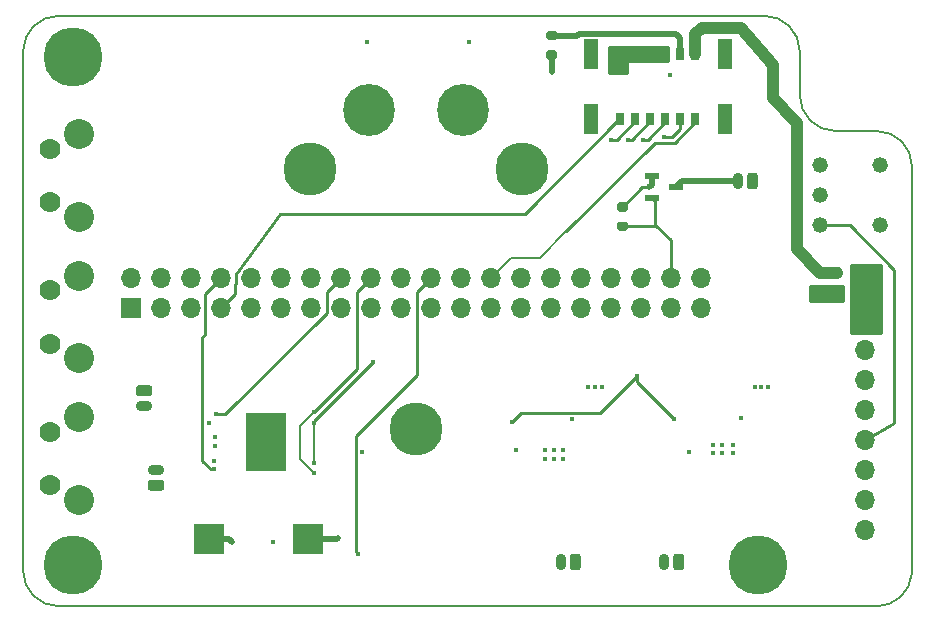
<source format=gbr>
G04 #@! TF.GenerationSoftware,KiCad,Pcbnew,(5.1.9-0-10_14)*
G04 #@! TF.CreationDate,2021-05-06T16:16:17-07:00*
G04 #@! TF.ProjectId,Luminometer_RPi,4c756d69-6e6f-46d6-9574-65725f525069,rev?*
G04 #@! TF.SameCoordinates,Original*
G04 #@! TF.FileFunction,Copper,L4,Bot*
G04 #@! TF.FilePolarity,Positive*
%FSLAX46Y46*%
G04 Gerber Fmt 4.6, Leading zero omitted, Abs format (unit mm)*
G04 Created by KiCad (PCBNEW (5.1.9-0-10_14)) date 2021-05-06 16:16:17*
%MOMM*%
%LPD*%
G01*
G04 APERTURE LIST*
G04 #@! TA.AperFunction,Profile*
%ADD10C,0.150000*%
G04 #@! TD*
G04 #@! TA.AperFunction,ComponentPad*
%ADD11C,5.000000*%
G04 #@! TD*
G04 #@! TA.AperFunction,ConnectorPad*
%ADD12C,4.500000*%
G04 #@! TD*
G04 #@! TA.AperFunction,ComponentPad*
%ADD13C,3.100000*%
G04 #@! TD*
G04 #@! TA.AperFunction,SMDPad,CuDef*
%ADD14R,1.200000X2.500000*%
G04 #@! TD*
G04 #@! TA.AperFunction,SMDPad,CuDef*
%ADD15R,0.800000X1.100000*%
G04 #@! TD*
G04 #@! TA.AperFunction,ComponentPad*
%ADD16C,0.380000*%
G04 #@! TD*
G04 #@! TA.AperFunction,SMDPad,CuDef*
%ADD17R,3.400000X5.000000*%
G04 #@! TD*
G04 #@! TA.AperFunction,ComponentPad*
%ADD18C,1.778000*%
G04 #@! TD*
G04 #@! TA.AperFunction,ComponentPad*
%ADD19C,2.540000*%
G04 #@! TD*
G04 #@! TA.AperFunction,ComponentPad*
%ADD20O,1.400000X0.900000*%
G04 #@! TD*
G04 #@! TA.AperFunction,ConnectorPad*
%ADD21C,4.400000*%
G04 #@! TD*
G04 #@! TA.AperFunction,ComponentPad*
%ADD22C,2.600000*%
G04 #@! TD*
G04 #@! TA.AperFunction,ComponentPad*
%ADD23O,0.900000X1.400000*%
G04 #@! TD*
G04 #@! TA.AperFunction,ComponentPad*
%ADD24O,1.700000X1.700000*%
G04 #@! TD*
G04 #@! TA.AperFunction,ComponentPad*
%ADD25R,1.700000X1.700000*%
G04 #@! TD*
G04 #@! TA.AperFunction,ComponentPad*
%ADD26C,1.320800*%
G04 #@! TD*
G04 #@! TA.AperFunction,SMDPad,CuDef*
%ADD27R,1.300000X0.600000*%
G04 #@! TD*
G04 #@! TA.AperFunction,SMDPad,CuDef*
%ADD28R,2.650000X2.500000*%
G04 #@! TD*
G04 #@! TA.AperFunction,ViaPad*
%ADD29C,0.400000*%
G04 #@! TD*
G04 #@! TA.AperFunction,Conductor*
%ADD30C,0.250000*%
G04 #@! TD*
G04 #@! TA.AperFunction,Conductor*
%ADD31C,0.200000*%
G04 #@! TD*
G04 #@! TA.AperFunction,Conductor*
%ADD32C,0.500000*%
G04 #@! TD*
G04 #@! TA.AperFunction,Conductor*
%ADD33C,1.000000*%
G04 #@! TD*
G04 #@! TA.AperFunction,Conductor*
%ADD34C,0.254000*%
G04 #@! TD*
G04 #@! TA.AperFunction,Conductor*
%ADD35C,0.100000*%
G04 #@! TD*
G04 APERTURE END LIST*
D10*
X178000000Y-71250000D02*
G75*
G02*
X181000000Y-74250000I0J-3000000D01*
G01*
X181000000Y-74250000D02*
X180989637Y-108750000D01*
X174500000Y-71250000D02*
X178000000Y-71250000D01*
X174500000Y-71250000D02*
G75*
G02*
X171500000Y-68250000I0J3000000D01*
G01*
X171500000Y-64500000D02*
X171500000Y-68250000D01*
X168500000Y-61500000D02*
G75*
G02*
X171500000Y-64500000I0J-3000000D01*
G01*
X108750000Y-111500000D02*
G75*
G02*
X105750000Y-108500000I0J3000000D01*
G01*
X180989637Y-108749136D02*
G75*
G02*
X178000000Y-111500000I-2989637J249136D01*
G01*
X105750000Y-64500000D02*
G75*
G02*
X108750000Y-61500000I3000000J0D01*
G01*
X105750000Y-108500000D02*
X105750000Y-64500000D01*
X178000000Y-111500000D02*
X108750000Y-111500000D01*
X108750000Y-61500000D02*
X168500000Y-61500000D01*
D11*
X168000000Y-108000000D03*
X110000000Y-108000000D03*
X110000000Y-65000000D03*
D12*
X139000000Y-96500000D03*
D13*
X139000000Y-96500000D03*
D14*
X153800000Y-64750000D03*
X165200000Y-64750000D03*
X165200000Y-70250000D03*
X153800000Y-70250000D03*
D15*
X156325000Y-64750000D03*
X157595000Y-64750000D03*
X158865000Y-64750000D03*
X162675000Y-70250000D03*
X161405000Y-70250000D03*
X156325000Y-70250000D03*
X160135000Y-64750000D03*
X161405000Y-64750000D03*
X162675000Y-64750000D03*
X157595000Y-70250000D03*
X158865000Y-70250000D03*
X160135000Y-70250000D03*
G04 #@! TA.AperFunction,SMDPad,CuDef*
G36*
G01*
X150775000Y-63575000D02*
X150225000Y-63575000D01*
G75*
G02*
X150025000Y-63375000I0J200000D01*
G01*
X150025000Y-62975000D01*
G75*
G02*
X150225000Y-62775000I200000J0D01*
G01*
X150775000Y-62775000D01*
G75*
G02*
X150975000Y-62975000I0J-200000D01*
G01*
X150975000Y-63375000D01*
G75*
G02*
X150775000Y-63575000I-200000J0D01*
G01*
G37*
G04 #@! TD.AperFunction*
G04 #@! TA.AperFunction,SMDPad,CuDef*
G36*
G01*
X150775000Y-65225000D02*
X150225000Y-65225000D01*
G75*
G02*
X150025000Y-65025000I0J200000D01*
G01*
X150025000Y-64625000D01*
G75*
G02*
X150225000Y-64425000I200000J0D01*
G01*
X150775000Y-64425000D01*
G75*
G02*
X150975000Y-64625000I0J-200000D01*
G01*
X150975000Y-65025000D01*
G75*
G02*
X150775000Y-65225000I-200000J0D01*
G01*
G37*
G04 #@! TD.AperFunction*
D16*
X125525000Y-99050000D03*
X125525000Y-97550000D03*
X125525000Y-96050000D03*
X127025000Y-99050000D03*
X127025000Y-97550000D03*
X127025000Y-96050000D03*
D17*
X126275000Y-97550000D03*
D18*
X108000000Y-77250000D03*
X108000000Y-72750000D03*
D19*
X110500000Y-78500000D03*
X110500000Y-71500000D03*
D18*
X108000000Y-89250000D03*
X108000000Y-84750000D03*
D19*
X110500000Y-90500000D03*
X110500000Y-83500000D03*
D18*
X108000000Y-101250000D03*
X108000000Y-96750000D03*
D19*
X110500000Y-102500000D03*
X110500000Y-95500000D03*
D20*
X116000000Y-94500000D03*
G04 #@! TA.AperFunction,ComponentPad*
G36*
G01*
X115525000Y-92800000D02*
X116475000Y-92800000D01*
G75*
G02*
X116700000Y-93025000I0J-225000D01*
G01*
X116700000Y-93475000D01*
G75*
G02*
X116475000Y-93700000I-225000J0D01*
G01*
X115525000Y-93700000D01*
G75*
G02*
X115300000Y-93475000I0J225000D01*
G01*
X115300000Y-93025000D01*
G75*
G02*
X115525000Y-92800000I225000J0D01*
G01*
G37*
G04 #@! TD.AperFunction*
X117000000Y-100000000D03*
G04 #@! TA.AperFunction,ComponentPad*
G36*
G01*
X117475000Y-101700000D02*
X116525000Y-101700000D01*
G75*
G02*
X116300000Y-101475000I0J225000D01*
G01*
X116300000Y-101025000D01*
G75*
G02*
X116525000Y-100800000I225000J0D01*
G01*
X117475000Y-100800000D01*
G75*
G02*
X117700000Y-101025000I0J-225000D01*
G01*
X117700000Y-101475000D01*
G75*
G02*
X117475000Y-101700000I-225000J0D01*
G01*
G37*
G04 #@! TD.AperFunction*
D21*
X135000000Y-69500000D03*
D22*
X135000000Y-69500000D03*
D21*
X143000000Y-69500000D03*
D22*
X143000000Y-69500000D03*
G04 #@! TA.AperFunction,SMDPad,CuDef*
G36*
G01*
X175075000Y-84725000D02*
X175075000Y-85275000D01*
G75*
G02*
X174875000Y-85475000I-200000J0D01*
G01*
X174475000Y-85475000D01*
G75*
G02*
X174275000Y-85275000I0J200000D01*
G01*
X174275000Y-84725000D01*
G75*
G02*
X174475000Y-84525000I200000J0D01*
G01*
X174875000Y-84525000D01*
G75*
G02*
X175075000Y-84725000I0J-200000D01*
G01*
G37*
G04 #@! TD.AperFunction*
G04 #@! TA.AperFunction,SMDPad,CuDef*
G36*
G01*
X176725000Y-84725000D02*
X176725000Y-85275000D01*
G75*
G02*
X176525000Y-85475000I-200000J0D01*
G01*
X176125000Y-85475000D01*
G75*
G02*
X175925000Y-85275000I0J200000D01*
G01*
X175925000Y-84725000D01*
G75*
G02*
X176125000Y-84525000I200000J0D01*
G01*
X176525000Y-84525000D01*
G75*
G02*
X176725000Y-84725000I0J-200000D01*
G01*
G37*
G04 #@! TD.AperFunction*
G04 #@! TA.AperFunction,SMDPad,CuDef*
G36*
G01*
X175925000Y-83525000D02*
X175925000Y-82975000D01*
G75*
G02*
X176125000Y-82775000I200000J0D01*
G01*
X176525000Y-82775000D01*
G75*
G02*
X176725000Y-82975000I0J-200000D01*
G01*
X176725000Y-83525000D01*
G75*
G02*
X176525000Y-83725000I-200000J0D01*
G01*
X176125000Y-83725000D01*
G75*
G02*
X175925000Y-83525000I0J200000D01*
G01*
G37*
G04 #@! TD.AperFunction*
G04 #@! TA.AperFunction,SMDPad,CuDef*
G36*
G01*
X174275000Y-83525000D02*
X174275000Y-82975000D01*
G75*
G02*
X174475000Y-82775000I200000J0D01*
G01*
X174875000Y-82775000D01*
G75*
G02*
X175075000Y-82975000I0J-200000D01*
G01*
X175075000Y-83525000D01*
G75*
G02*
X174875000Y-83725000I-200000J0D01*
G01*
X174475000Y-83725000D01*
G75*
G02*
X174275000Y-83525000I0J200000D01*
G01*
G37*
G04 #@! TD.AperFunction*
D23*
X151250000Y-107750000D03*
G04 #@! TA.AperFunction,ComponentPad*
G36*
G01*
X152950000Y-107275000D02*
X152950000Y-108225000D01*
G75*
G02*
X152725000Y-108450000I-225000J0D01*
G01*
X152275000Y-108450000D01*
G75*
G02*
X152050000Y-108225000I0J225000D01*
G01*
X152050000Y-107275000D01*
G75*
G02*
X152275000Y-107050000I225000J0D01*
G01*
X152725000Y-107050000D01*
G75*
G02*
X152950000Y-107275000I0J-225000D01*
G01*
G37*
G04 #@! TD.AperFunction*
D24*
X177000000Y-105030000D03*
X177000000Y-102490000D03*
X177000000Y-99950000D03*
X177000000Y-97410000D03*
X177000000Y-94870000D03*
X177000000Y-92330000D03*
X177000000Y-89790000D03*
D25*
X177000000Y-87250000D03*
D26*
X178330000Y-74170000D03*
X178330000Y-79250000D03*
X173250000Y-74170000D03*
X173250000Y-76710000D03*
X173250000Y-79250000D03*
D27*
X158950000Y-76950000D03*
X158950000Y-75050000D03*
X161050000Y-76000000D03*
D23*
X160000000Y-107750000D03*
G04 #@! TA.AperFunction,ComponentPad*
G36*
G01*
X161700000Y-107275000D02*
X161700000Y-108225000D01*
G75*
G02*
X161475000Y-108450000I-225000J0D01*
G01*
X161025000Y-108450000D01*
G75*
G02*
X160800000Y-108225000I0J225000D01*
G01*
X160800000Y-107275000D01*
G75*
G02*
X161025000Y-107050000I225000J0D01*
G01*
X161475000Y-107050000D01*
G75*
G02*
X161700000Y-107275000I0J-225000D01*
G01*
G37*
G04 #@! TD.AperFunction*
X166250000Y-75500000D03*
G04 #@! TA.AperFunction,ComponentPad*
G36*
G01*
X167950000Y-75025000D02*
X167950000Y-75975000D01*
G75*
G02*
X167725000Y-76200000I-225000J0D01*
G01*
X167275000Y-76200000D01*
G75*
G02*
X167050000Y-75975000I0J225000D01*
G01*
X167050000Y-75025000D01*
G75*
G02*
X167275000Y-74800000I225000J0D01*
G01*
X167725000Y-74800000D01*
G75*
G02*
X167950000Y-75025000I0J-225000D01*
G01*
G37*
G04 #@! TD.AperFunction*
D28*
X129825000Y-105800000D03*
X121475000Y-105800000D03*
G04 #@! TA.AperFunction,SMDPad,CuDef*
G36*
G01*
X156225000Y-78925000D02*
X156775000Y-78925000D01*
G75*
G02*
X156975000Y-79125000I0J-200000D01*
G01*
X156975000Y-79525000D01*
G75*
G02*
X156775000Y-79725000I-200000J0D01*
G01*
X156225000Y-79725000D01*
G75*
G02*
X156025000Y-79525000I0J200000D01*
G01*
X156025000Y-79125000D01*
G75*
G02*
X156225000Y-78925000I200000J0D01*
G01*
G37*
G04 #@! TD.AperFunction*
G04 #@! TA.AperFunction,SMDPad,CuDef*
G36*
G01*
X156225000Y-77275000D02*
X156775000Y-77275000D01*
G75*
G02*
X156975000Y-77475000I0J-200000D01*
G01*
X156975000Y-77875000D01*
G75*
G02*
X156775000Y-78075000I-200000J0D01*
G01*
X156225000Y-78075000D01*
G75*
G02*
X156025000Y-77875000I0J200000D01*
G01*
X156025000Y-77475000D01*
G75*
G02*
X156225000Y-77275000I200000J0D01*
G01*
G37*
G04 #@! TD.AperFunction*
D24*
X163133000Y-83724400D03*
X163133000Y-86264400D03*
X145353000Y-83724400D03*
X145353000Y-86264400D03*
X140273000Y-83724400D03*
X140273000Y-86264400D03*
X150433000Y-83724400D03*
X150433000Y-86264400D03*
X122493000Y-83724400D03*
X122493000Y-86264400D03*
X152973000Y-83724400D03*
X152973000Y-86264400D03*
X135193000Y-83724400D03*
X135193000Y-86264400D03*
X158053000Y-83724400D03*
X158053000Y-86264400D03*
X155513000Y-83724400D03*
X155513000Y-86264400D03*
X160593000Y-83724400D03*
X160593000Y-86264400D03*
X137733000Y-83724400D03*
X137733000Y-86264400D03*
X125033000Y-83724400D03*
X125033000Y-86264400D03*
X130113000Y-83724400D03*
X130113000Y-86264400D03*
X147893000Y-83724400D03*
X147893000Y-86264400D03*
X127573000Y-83724400D03*
X127573000Y-86264400D03*
X142813000Y-83724400D03*
X142813000Y-86264400D03*
D25*
X114873000Y-86264400D03*
D24*
X114873000Y-83724400D03*
X119953000Y-86264400D03*
X117413000Y-83724400D03*
X132653000Y-83724400D03*
X132653000Y-86264400D03*
X117413000Y-86264400D03*
X119953000Y-83724400D03*
D12*
X130000000Y-74500000D03*
D13*
X130000000Y-74500000D03*
D12*
X148000000Y-74500000D03*
D13*
X148000000Y-74500000D03*
D29*
X160000000Y-71750000D03*
X158250000Y-72000000D03*
X157000000Y-72000000D03*
X155500000Y-72000000D03*
X151450000Y-99000000D03*
X150700000Y-99000000D03*
X149950000Y-99000000D03*
X149950000Y-98250000D03*
X150700000Y-98250000D03*
X151450000Y-98250000D03*
X165850000Y-98550000D03*
X164950000Y-98550000D03*
X164150000Y-98550000D03*
X164150000Y-97850000D03*
X164950000Y-97850000D03*
X165850000Y-97850000D03*
X134900000Y-63700000D03*
X143500000Y-63700000D03*
X160500000Y-66500000D03*
X158750000Y-76000000D03*
X126900000Y-106050000D03*
X122100000Y-95250000D03*
X134100000Y-107100000D03*
X122000000Y-97200000D03*
X121450000Y-95950000D03*
X122000000Y-97900000D03*
X121950000Y-99200000D03*
X123400000Y-106050000D03*
X134450000Y-98450000D03*
X173100000Y-85400000D03*
X172500000Y-84850000D03*
X173700000Y-85400000D03*
X173700000Y-84850000D03*
X173100000Y-84850000D03*
X172500000Y-85400000D03*
X168250000Y-92900000D03*
X132400000Y-105700000D03*
X154200000Y-92900000D03*
X153600000Y-92900000D03*
X154800000Y-92900000D03*
X167700000Y-92900000D03*
X168800000Y-92900000D03*
X150500000Y-66300000D03*
X121950000Y-99900000D03*
X156750000Y-66000000D03*
X156250000Y-66000000D03*
X155750000Y-66000000D03*
X147450000Y-98250000D03*
X152200000Y-95650000D03*
X130400000Y-100250000D03*
X130400000Y-95050000D03*
X166550000Y-95550000D03*
X162150000Y-98450000D03*
X157700000Y-92000000D03*
X160850000Y-95650000D03*
X147100000Y-95900000D03*
X135400000Y-90800000D03*
X130400000Y-95950000D03*
X130350000Y-99400000D03*
D30*
X162675000Y-70515002D02*
X162675000Y-70250000D01*
X160915001Y-72275001D02*
X162675000Y-70515002D01*
X159224999Y-72275001D02*
X160915001Y-72275001D01*
X151750000Y-79750000D02*
X159224999Y-72275001D01*
D31*
X145353000Y-83724400D02*
X147077400Y-82000000D01*
X149500000Y-82000000D02*
X151750000Y-79750000D01*
X147077400Y-82000000D02*
X149500000Y-82000000D01*
D30*
X160705000Y-71750000D02*
X160000000Y-71750000D01*
X161405000Y-71050000D02*
X160705000Y-71750000D01*
X161405000Y-70250000D02*
X161405000Y-71050000D01*
X160135000Y-70515002D02*
X160135000Y-70250000D01*
X158650002Y-72000000D02*
X160135000Y-70515002D01*
X158250000Y-72000000D02*
X158650002Y-72000000D01*
X157265000Y-72000000D02*
X157000000Y-72000000D01*
X158865000Y-70400000D02*
X157265000Y-72000000D01*
X158865000Y-70250000D02*
X158865000Y-70400000D01*
X155995000Y-72000000D02*
X155500000Y-72000000D01*
X157595000Y-70400000D02*
X155995000Y-72000000D01*
X157595000Y-70250000D02*
X157595000Y-70400000D01*
X123668001Y-85089399D02*
X122493000Y-86264400D01*
X123750000Y-83350397D02*
X123668001Y-85089399D01*
X127500000Y-78250000D02*
X123750000Y-83350397D01*
X148250000Y-78250000D02*
X127500000Y-78250000D01*
X156235002Y-70250000D02*
X148250000Y-78250000D01*
X156325000Y-70250000D02*
X156235002Y-70250000D01*
D32*
X161405000Y-63405000D02*
X161405000Y-64750000D01*
X161049999Y-63049999D02*
X161405000Y-63405000D01*
X152839999Y-63049999D02*
X161049999Y-63049999D01*
X152677498Y-63212500D02*
X152839999Y-63049999D01*
X150500000Y-63212500D02*
X152677498Y-63212500D01*
X158950000Y-75800000D02*
X158750000Y-76000000D01*
X158950000Y-75050000D02*
X158950000Y-75800000D01*
D30*
X158175000Y-76000000D02*
X158750000Y-76000000D01*
X156500000Y-77675000D02*
X158175000Y-76000000D01*
X131477999Y-84899401D02*
X132653000Y-83724400D01*
X122866402Y-95250000D02*
X131477999Y-86638403D01*
X131477999Y-86638403D02*
X131477999Y-84899401D01*
X122100000Y-95250000D02*
X122866402Y-95250000D01*
X133900001Y-106900001D02*
X134100000Y-107100000D01*
X139097999Y-84899401D02*
X139097999Y-91924999D01*
X133900001Y-97122997D02*
X133900001Y-106900001D01*
X139097999Y-91924999D02*
X133900001Y-97122997D01*
X140273000Y-83724400D02*
X139097999Y-84899401D01*
X156650000Y-79175000D02*
X156500000Y-79325000D01*
X159250000Y-77250000D02*
X158950000Y-76950000D01*
X159250000Y-79175000D02*
X159250000Y-77250000D01*
X160593000Y-80518000D02*
X159250000Y-79175000D01*
X160593000Y-83724400D02*
X160593000Y-80518000D01*
X159100000Y-79325000D02*
X159250000Y-79175000D01*
X156500000Y-79325000D02*
X159100000Y-79325000D01*
D32*
X161550000Y-75500000D02*
X161050000Y-76000000D01*
X166250000Y-75500000D02*
X161550000Y-75500000D01*
D30*
X179500000Y-96000000D02*
X177000000Y-97410000D01*
X179500000Y-83000000D02*
X179500000Y-96000000D01*
X175750000Y-79250000D02*
X173250000Y-79250000D01*
X179500000Y-83000000D02*
X175750000Y-79250000D01*
D32*
X123150000Y-105800000D02*
X123400000Y-106050000D01*
X121475000Y-105800000D02*
X123150000Y-105800000D01*
D33*
X129900000Y-105875000D02*
X129825000Y-105800000D01*
D32*
X129900000Y-105725000D02*
X129825000Y-105800000D01*
X132300000Y-105800000D02*
X132400000Y-105700000D01*
X129825000Y-105800000D02*
X132300000Y-105800000D01*
X150500000Y-66300000D02*
X150500000Y-64787500D01*
D33*
X162675000Y-63075000D02*
X162675000Y-64750000D01*
X163250000Y-62500000D02*
X162675000Y-63075000D01*
X169250000Y-65689998D02*
X166500000Y-62500000D01*
X166500000Y-62500000D02*
X163250000Y-62500000D01*
X174675000Y-83250000D02*
X173250000Y-83250000D01*
X173250000Y-83250000D02*
X171250000Y-81250000D01*
X171250000Y-70566554D02*
X171133891Y-70383891D01*
X171250000Y-81250000D02*
X171250000Y-70566554D01*
X169250000Y-68500000D02*
X169250000Y-65689998D01*
X171133891Y-70383891D02*
X169250000Y-68500000D01*
D30*
X121128001Y-85089399D02*
X121128001Y-88528001D01*
X122493000Y-83724400D02*
X121128001Y-85089399D01*
X121667158Y-99900000D02*
X121950000Y-99900000D01*
X120924999Y-88731003D02*
X120924999Y-99157841D01*
X120924999Y-99157841D02*
X121667158Y-99900000D01*
X121128001Y-88528001D02*
X120924999Y-88731003D01*
D32*
X156325000Y-64750000D02*
X157595000Y-64750000D01*
X157595000Y-64750000D02*
X158865000Y-64750000D01*
X158865000Y-64750000D02*
X160135000Y-64750000D01*
D30*
X134017999Y-84899401D02*
X134017999Y-91432001D01*
X134017999Y-91432001D02*
X130400000Y-95050000D01*
X135193000Y-83724400D02*
X134017999Y-84899401D01*
D31*
X130400000Y-95050000D02*
X129200000Y-96250000D01*
X129200000Y-99050000D02*
X130400000Y-100250000D01*
X129200000Y-96250000D02*
X129200000Y-99050000D01*
D30*
X154575001Y-95124999D02*
X157700000Y-92000000D01*
X147875001Y-95124999D02*
X154575001Y-95124999D01*
X147100000Y-95900000D02*
X147875001Y-95124999D01*
X157700000Y-92500000D02*
X160850000Y-95650000D01*
X157700000Y-92000000D02*
X157700000Y-92500000D01*
X130400000Y-95800000D02*
X130400000Y-95950000D01*
X135400000Y-90800000D02*
X130400000Y-95800000D01*
X130400000Y-99350000D02*
X130350000Y-99400000D01*
D31*
X130350000Y-96000000D02*
X130400000Y-95950000D01*
X130350000Y-99400000D02*
X130350000Y-96000000D01*
D34*
X178373000Y-88373000D02*
X175877000Y-88373000D01*
X175877000Y-82627000D01*
X178373000Y-82627000D01*
X178373000Y-88373000D01*
G04 #@! TA.AperFunction,Conductor*
D35*
G36*
X178373000Y-88373000D02*
G01*
X175877000Y-88373000D01*
X175877000Y-82627000D01*
X178373000Y-82627000D01*
X178373000Y-88373000D01*
G37*
G04 #@! TD.AperFunction*
D34*
X175123000Y-85623000D02*
X172377000Y-85623000D01*
X172377000Y-84377000D01*
X175123000Y-84377000D01*
X175123000Y-85623000D01*
G04 #@! TA.AperFunction,Conductor*
D35*
G36*
X175123000Y-85623000D02*
G01*
X172377000Y-85623000D01*
X172377000Y-84377000D01*
X175123000Y-84377000D01*
X175123000Y-85623000D01*
G37*
G04 #@! TD.AperFunction*
D34*
X160373000Y-65373000D02*
X157000000Y-65373000D01*
X156975224Y-65375440D01*
X156951399Y-65382667D01*
X156929443Y-65394403D01*
X156910197Y-65410197D01*
X156894403Y-65429443D01*
X156882667Y-65451399D01*
X156875440Y-65475224D01*
X156873000Y-65500000D01*
X156873000Y-66373000D01*
X155377000Y-66373000D01*
X155377000Y-64127000D01*
X160373000Y-64127000D01*
X160373000Y-65373000D01*
G04 #@! TA.AperFunction,Conductor*
D35*
G36*
X160373000Y-65373000D02*
G01*
X157000000Y-65373000D01*
X156975224Y-65375440D01*
X156951399Y-65382667D01*
X156929443Y-65394403D01*
X156910197Y-65410197D01*
X156894403Y-65429443D01*
X156882667Y-65451399D01*
X156875440Y-65475224D01*
X156873000Y-65500000D01*
X156873000Y-66373000D01*
X155377000Y-66373000D01*
X155377000Y-64127000D01*
X160373000Y-64127000D01*
X160373000Y-65373000D01*
G37*
G04 #@! TD.AperFunction*
M02*

</source>
